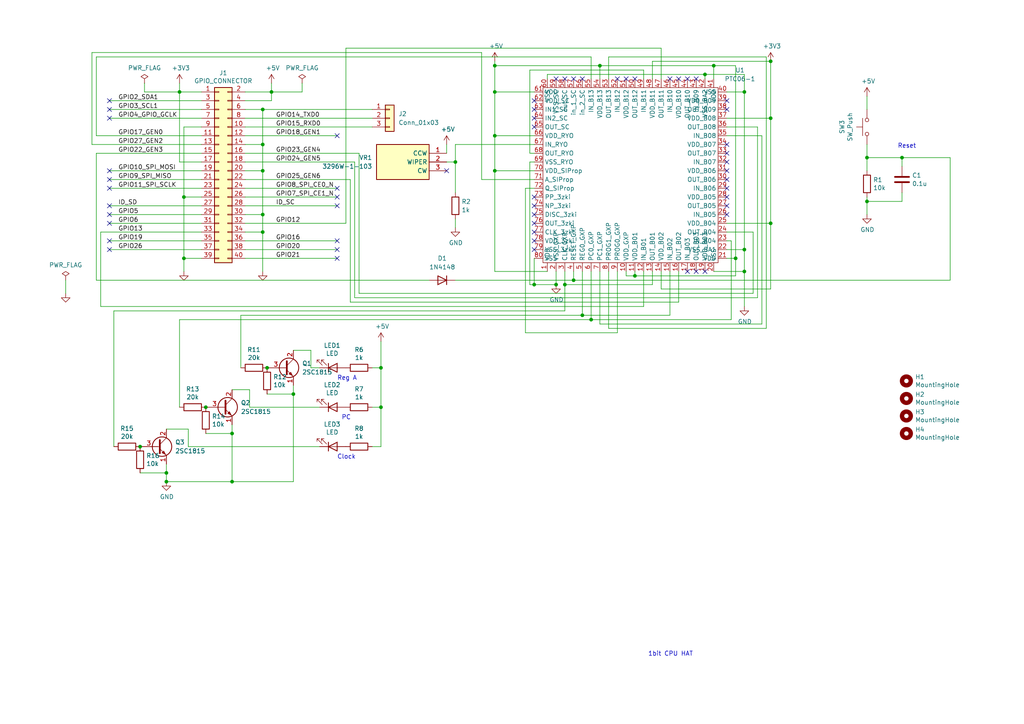
<source format=kicad_sch>
(kicad_sch (version 20231120) (generator "eeschema") (generator_version "8.0")
  (paper "A4")
  (lib_symbols
    (symbol "Connector_Generic:Conn_01x03" (pin_names (offset 1.016) hide)
      (property "Reference" "J" (at 0 5.08 0))
      (property "Value" "Conn_01x03" (at 0 -5.08 0))
      (symbol "Conn_01x03_1_1"
        (rectangle (start -1.27 -2.413) (end 0 -2.667) (stroke (width 0.1524)))
        (rectangle (start -1.27 0.127) (end 0 -0.127) (stroke (width 0.1524)))
        (rectangle (start -1.27 2.667) (end 0 2.413) (stroke (width 0.1524)))
        (rectangle (start -1.27 3.81) (end 1.27 -3.81) (stroke (width 0.254)) (fill (type background)))
        (pin passive line (at -5.08 2.54 0) (length 3.81) (name "Pin_1") (number "1"))
        (pin passive line (at -5.08 0 0) (length 3.81) (name "Pin_2") (number "2"))
        (pin passive line (at -5.08 -2.54 0) (length 3.81) (name "Pin_3") (number "3"))
      )
    )
    (symbol "Connector_Generic:Conn_02x20_Odd_Even" (pin_names (offset 1.016) hide)
      (property "Reference" "J" (at 1.27 25.4 0))
      (property "Value" "Conn_02x20_Odd_Even" (at 1.27 -27.94 0))
      (symbol "Conn_02x20_Odd_Even_1_1"
        (rectangle (start -1.27 -25.273) (end 0 -25.527) (stroke (width 0.1524)))
        (rectangle (start -1.27 -22.733) (end 0 -22.987) (stroke (width 0.1524)))
        (rectangle (start -1.27 -20.193) (end 0 -20.447) (stroke (width 0.1524)))
        (rectangle (start -1.27 -17.653) (end 0 -17.907) (stroke (width 0.1524)))
        (rectangle (start -1.27 -15.113) (end 0 -15.367) (stroke (width 0.1524)))
        (rectangle (start -1.27 -12.573) (end 0 -12.827) (stroke (width 0.1524)))
        (rectangle (start -1.27 -10.033) (end 0 -10.287) (stroke (width 0.1524)))
        (rectangle (start -1.27 -7.493) (end 0 -7.747) (stroke (width 0.1524)))
        (rectangle (start -1.27 -4.953) (end 0 -5.207) (stroke (width 0.1524)))
        (rectangle (start -1.27 -2.413) (end 0 -2.667) (stroke (width 0.1524)))
        (rectangle (start -1.27 0.127) (end 0 -0.127) (stroke (width 0.1524)))
        (rectangle (start -1.27 2.667) (end 0 2.413) (stroke (width 0.1524)))
        (rectangle (start -1.27 5.207) (end 0 4.953) (stroke (width 0.1524)))
        (rectangle (start -1.27 7.747) (end 0 7.493) (stroke (width 0.1524)))
        (rectangle (start -1.27 10.287) (end 0 10.033) (stroke (width 0.1524)))
        (rectangle (start -1.27 12.827) (end 0 12.573) (stroke (width 0.1524)))
        (rectangle (start -1.27 15.367) (end 0 15.113) (stroke (width 0.1524)))
        (rectangle (start -1.27 17.907) (end 0 17.653) (stroke (width 0.1524)))
        (rectangle (start -1.27 20.447) (end 0 20.193) (stroke (width 0.1524)))
        (rectangle (start -1.27 22.987) (end 0 22.733) (stroke (width 0.1524)))
        (rectangle (start -1.27 24.13) (end 3.81 -26.67) (stroke (width 0.254)) (fill (type background)))
        (rectangle (start 3.81 -25.273) (end 2.54 -25.527) (stroke (width 0.1524)))
        (rectangle (start 3.81 -22.733) (end 2.54 -22.987) (stroke (width 0.1524)))
        (rectangle (start 3.81 -20.193) (end 2.54 -20.447) (stroke (width 0.1524)))
        (rectangle (start 3.81 -17.653) (end 2.54 -17.907) (stroke (width 0.1524)))
        (rectangle (start 3.81 -15.113) (end 2.54 -15.367) (stroke (width 0.1524)))
        (rectangle (start 3.81 -12.573) (end 2.54 -12.827) (stroke (width 0.1524)))
        (rectangle (start 3.81 -10.033) (end 2.54 -10.287) (stroke (width 0.1524)))
        (rectangle (start 3.81 -7.493) (end 2.54 -7.747) (stroke (width 0.1524)))
        (rectangle (start 3.81 -4.953) (end 2.54 -5.207) (stroke (width 0.1524)))
        (rectangle (start 3.81 -2.413) (end 2.54 -2.667) (stroke (width 0.1524)))
        (rectangle (start 3.81 0.127) (end 2.54 -0.127) (stroke (width 0.1524)))
        (rectangle (start 3.81 2.667) (end 2.54 2.413) (stroke (width 0.1524)))
        (rectangle (start 3.81 5.207) (end 2.54 4.953) (stroke (width 0.1524)))
        (rectangle (start 3.81 7.747) (end 2.54 7.493) (stroke (width 0.1524)))
        (rectangle (start 3.81 10.287) (end 2.54 10.033) (stroke (width 0.1524)))
        (rectangle (start 3.81 12.827) (end 2.54 12.573) (stroke (width 0.1524)))
        (rectangle (start 3.81 15.367) (end 2.54 15.113) (stroke (width 0.1524)))
        (rectangle (start 3.81 17.907) (end 2.54 17.653) (stroke (width 0.1524)))
        (rectangle (start 3.81 20.447) (end 2.54 20.193) (stroke (width 0.1524)))
        (rectangle (start 3.81 22.987) (end 2.54 22.733) (stroke (width 0.1524)))
        (pin passive line (at -5.08 22.86 0) (length 3.81) (name "Pin_1") (number "1"))
        (pin passive line (at 7.62 12.7 180) (length 3.81) (name "Pin_10") (number "10"))
        (pin passive line (at -5.08 10.16 0) (length 3.81) (name "Pin_11") (number "11"))
        (pin passive line (at 7.62 10.16 180) (length 3.81) (name "Pin_12") (number "12"))
        (pin passive line (at -5.08 7.62 0) (length 3.81) (name "Pin_13") (number "13"))
        (pin passive line (at 7.62 7.62 180) (length 3.81) (name "Pin_14") (number "14"))
        (pin passive line (at -5.08 5.08 0) (length 3.81) (name "Pin_15") (number "15"))
        (pin passive line (at 7.62 5.08 180) (length 3.81) (name "Pin_16") (number "16"))
        (pin passive line (at -5.08 2.54 0) (length 3.81) (name "Pin_17") (number "17"))
        (pin passive line (at 7.62 2.54 180) (length 3.81) (name "Pin_18") (number "18"))
        (pin passive line (at -5.08 0 0) (length 3.81) (name "Pin_19") (number "19"))
        (pin passive line (at 7.62 22.86 180) (length 3.81) (name "Pin_2") (number "2"))
        (pin passive line (at 7.62 0 180) (length 3.81) (name "Pin_20") (number "20"))
        (pin passive line (at -5.08 -2.54 0) (length 3.81) (name "Pin_21") (number "21"))
        (pin passive line (at 7.62 -2.54 180) (length 3.81) (name "Pin_22") (number "22"))
        (pin passive line (at -5.08 -5.08 0) (length 3.81) (name "Pin_23") (number "23"))
        (pin passive line (at 7.62 -5.08 180) (length 3.81) (name "Pin_24") (number "24"))
        (pin passive line (at -5.08 -7.62 0) (length 3.81) (name "Pin_25") (number "25"))
        (pin passive line (at 7.62 -7.62 180) (length 3.81) (name "Pin_26") (number "26"))
        (pin passive line (at -5.08 -10.16 0) (length 3.81) (name "Pin_27") (number "27"))
        (pin passive line (at 7.62 -10.16 180) (length 3.81) (name "Pin_28") (number "28"))
        (pin passive line (at -5.08 -12.7 0) (length 3.81) (name "Pin_29") (number "29"))
        (pin passive line (at -5.08 20.32 0) (length 3.81) (name "Pin_3") (number "3"))
        (pin passive line (at 7.62 -12.7 180) (length 3.81) (name "Pin_30") (number "30"))
        (pin passive line (at -5.08 -15.24 0) (length 3.81) (name "Pin_31") (number "31"))
        (pin passive line (at 7.62 -15.24 180) (length 3.81) (name "Pin_32") (number "32"))
        (pin passive line (at -5.08 -17.78 0) (length 3.81) (name "Pin_33") (number "33"))
        (pin passive line (at 7.62 -17.78 180) (length 3.81) (name "Pin_34") (number "34"))
        (pin passive line (at -5.08 -20.32 0) (length 3.81) (name "Pin_35") (number "35"))
        (pin passive line (at 7.62 -20.32 180) (length 3.81) (name "Pin_36") (number "36"))
        (pin passive line (at -5.08 -22.86 0) (length 3.81) (name "Pin_37") (number "37"))
        (pin passive line (at 7.62 -22.86 180) (length 3.81) (name "Pin_38") (number "38"))
        (pin passive line (at -5.08 -25.4 0) (length 3.81) (name "Pin_39") (number "39"))
        (pin passive line (at 7.62 20.32 180) (length 3.81) (name "Pin_4") (number "4"))
        (pin passive line (at 7.62 -25.4 180) (length 3.81) (name "Pin_40") (number "40"))
        (pin passive line (at -5.08 17.78 0) (length 3.81) (name "Pin_5") (number "5"))
        (pin passive line (at 7.62 17.78 180) (length 3.81) (name "Pin_6") (number "6"))
        (pin passive line (at -5.08 15.24 0) (length 3.81) (name "Pin_7") (number "7"))
        (pin passive line (at 7.62 15.24 180) (length 3.81) (name "Pin_8") (number "8"))
        (pin passive line (at -5.08 12.7 0) (length 3.81) (name "Pin_9") (number "9"))
      )
    )
    (symbol "Device:C" (pin_numbers hide) (pin_names (offset 0.254))
      (property "Reference" "C" (at 0.635 2.54 0))
      (property "Value" "C" (at 0.635 -2.54 0))
      (symbol "C_0_1"
        (polyline (pts (xy -2.032 -0.762) (xy 2.032 -0.762)) (stroke (width 0.508)))
        (polyline (pts (xy -2.032 0.762) (xy 2.032 0.762)) (stroke (width 0.508)))
      )
      (symbol "C_1_1"
        (pin passive line (at 0 3.81 270) (length 2.794) (name "~") (number "1"))
        (pin passive line (at 0 -3.81 90) (length 2.794) (name "~") (number "2"))
      )
    )
    (symbol "Device:LED" (pin_numbers hide) (pin_names (offset 1.016) hide)
      (property "Reference" "D" (at 0 2.54 0))
      (property "Value" "LED" (at 0 -2.54 0))
      (symbol "LED_0_1"
        (polyline (pts (xy -1.27 -1.27) (xy -1.27 1.27)) (stroke (width 0.254)))
        (polyline (pts (xy -1.27 0) (xy 1.27 0)))
        (polyline (pts (xy 1.27 -1.27) (xy 1.27 1.27) (xy -1.27 0) (xy 1.27 -1.27)) (stroke (width 0.254)))
        (polyline (pts (xy -3.048 -0.762) (xy -4.572 -2.286) (xy -3.81 -2.286) (xy -4.572 -2.286) (xy -4.572 -1.524)))
        (polyline (pts (xy -1.778 -0.762) (xy -3.302 -2.286) (xy -2.54 -2.286) (xy -3.302 -2.286) (xy -3.302 -1.524)))
      )
      (symbol "LED_1_1"
        (pin passive line (at -3.81 0 0) (length 2.54) (name "K") (number "1"))
        (pin passive line (at 3.81 0 180) (length 2.54) (name "A") (number "2"))
      )
    )
    (symbol "Device:R" (pin_numbers hide) (pin_names (offset 0))
      (property "Reference" "R" (at 2.032 0 90))
      (property "Value" "R" (at 0 0 90))
      (symbol "R_0_1"
        (rectangle (start -1.016 -2.54) (end 1.016 2.54) (stroke (width 0.254)))
      )
      (symbol "R_1_1"
        (pin passive line (at 0 3.81 270) (length 1.27) (name "~") (number "1"))
        (pin passive line (at 0 -3.81 90) (length 1.27) (name "~") (number "2"))
      )
    )
    (symbol "Diode:1N4148" (pin_numbers hide) (pin_names hide)
      (property "Reference" "D" (at 0 2.54 0))
      (property "Value" "1N4148" (at 0 -2.54 0))
      (symbol "1N4148_0_1"
        (polyline (pts (xy -1.27 1.27) (xy -1.27 -1.27)) (stroke (width 0.254)))
        (polyline (pts (xy 1.27 0) (xy -1.27 0)))
        (polyline (pts (xy 1.27 1.27) (xy 1.27 -1.27) (xy -1.27 0) (xy 1.27 1.27)) (stroke (width 0.254)))
      )
      (symbol "1N4148_1_1"
        (pin passive line (at -3.81 0 0) (length 2.54) (name "K") (number "1"))
        (pin passive line (at 3.81 0 180) (length 2.54) (name "A") (number "2"))
      )
    )
    (symbol "Mechanical:MountingHole" (pin_names (offset 1.016)) (exclude_from_sim yes) (in_bom no)
      (property "Reference" "H" (at 0 5.08 0))
      (property "Value" "MountingHole" (at 0 3.175 0))
      (symbol "MountingHole_0_1"
        (circle (center 0 0) (radius 1.27) (stroke (width 1.27)))
      )
    )
    (symbol "OpenMPW:PTC06-1_base"
      (property "Reference" "U" (at 0 0 0))
      (property "Value" "PTC06-1" (at 3.81 -2.032 0))
      (symbol "PTC06-1_base_0_1"
        (rectangle (start -25.4 26.67) (end 25.4 -24.13))
      )
      (symbol "PTC06-1_base_1_0"
        (pin power_in line (at -24.13 -26.67 90) (length 2.54) (name "VDD") (number "1"))
        (pin power_in line (at -1.27 -26.67 90) (length 2.54) (name "VDD_GXP") (number "10"))
        (pin power_in line (at 1.27 -26.67 90) (length 2.54) (name "VDD_B01") (number "11"))
        (pin input line (at 3.81 -26.67 90) (length 2.54) (name "IN_B01") (number "12"))
        (pin output line (at 6.35 -26.67 90) (length 2.54) (name "OUT_B01") (number "13"))
        (pin power_in line (at 8.89 -26.67 90) (length 2.54) (name "VDD_B02") (number "14"))
        (pin input line (at 11.43 -26.67 90) (length 2.54) (name "IN_B02") (number "15"))
        (pin output line (at 13.97 -26.67 90) (length 2.54) (name "OUT_B02") (number "16"))
        (pin input line (at 16.51 -26.67 90) (length 2.54) (name "IN_B03") (number "17"))
        (pin output line (at 19.05 -26.67 90) (length 2.54) (name "OUT_B03") (number "18"))
        (pin power_in line (at 21.59 -26.67 90) (length 2.54) (name "VDD_B03") (number "19"))
        (pin power_in line (at -21.59 -26.67 90) (length 2.54) (name "VSS_GXP") (number "2"))
        (pin power_in line (at 24.13 -26.67 90) (length 2.54) (name "VSS") (number "20"))
        (pin power_in line (at 27.94 -22.86 180) (length 2.54) (name "VDD") (number "21"))
        (pin power_in line (at 27.94 -20.32 180) (length 2.54) (name "VSS_BA1") (number "22"))
        (pin input line (at 27.94 -17.78 180) (length 2.54) (name "IN_B04") (number "23"))
        (pin output line (at 27.94 -15.24 180) (length 2.54) (name "OUT_B04") (number "24"))
        (pin power_in line (at 27.94 -12.7 180) (length 2.54) (name "VDD_B04") (number "25"))
        (pin input line (at 27.94 -10.16 180) (length 2.54) (name "IN_B05") (number "26"))
        (pin output line (at 27.94 -7.62 180) (length 2.54) (name "OUT_B05") (number "27"))
        (pin power_in line (at 27.94 -5.08 180) (length 2.54) (name "VDD_B05") (number "28"))
        (pin input line (at 27.94 -2.54 180) (length 2.54) (name "IN_B06") (number "29"))
        (pin input line (at -19.05 -26.67 90) (length 2.54) (name "CLK_GXP") (number "3"))
        (pin output line (at 27.94 0 180) (length 2.54) (name "OUT_B06") (number "30"))
        (pin power_in line (at 27.94 2.54 180) (length 2.54) (name "VDD_B06") (number "31"))
        (pin input line (at 27.94 5.08 180) (length 2.54) (name "IN_B07") (number "32"))
        (pin output line (at 27.94 7.62 180) (length 2.54) (name "OUT_B07") (number "33"))
        (pin power_in line (at 27.94 10.16 180) (length 2.54) (name "VDD_B07") (number "34"))
        (pin input line (at 27.94 12.7 180) (length 2.54) (name "IN_B08") (number "35"))
        (pin output line (at 27.94 15.24 180) (length 2.54) (name "OUT_B08") (number "36"))
        (pin power_in line (at 27.94 17.78 180) (length 2.54) (name "VDD_B08") (number "37"))
        (pin output line (at 27.94 20.32 180) (length 2.54) (name "OUT_B09") (number "38"))
        (pin power_in line (at 27.94 22.86 180) (length 2.54) (name "VDD_B09") (number "39"))
        (pin input line (at -16.51 -26.67 90) (length 2.54) (name "RESET_GXP") (number "4"))
        (pin power_in line (at 27.94 25.4 180) (length 2.54) (name "VSS") (number "40"))
        (pin power_in line (at 24.13 29.21 270) (length 2.54) (name "VDD") (number "41"))
        (pin power_in line (at 21.59 29.21 270) (length 2.54) (name "VSS_BA2") (number "42"))
        (pin input line (at 19.05 29.21 270) (length 2.54) (name "IN_B09") (number "43"))
        (pin output line (at 16.51 29.21 270) (length 2.54) (name "OUT_B10") (number "44"))
        (pin power_in line (at 13.97 29.21 270) (length 2.54) (name "VDD_B10") (number "45"))
        (pin input line (at 11.43 29.21 270) (length 2.54) (name "IN_B10") (number "46"))
        (pin output line (at 8.89 29.21 270) (length 2.54) (name "OUT_B11") (number "47"))
        (pin power_in line (at 6.35 29.21 270) (length 2.54) (name "VDD_B11") (number "48"))
        (pin input line (at 3.81 29.21 270) (length 2.54) (name "IN_B11") (number "49"))
        (pin output line (at -13.97 -26.67 90) (length 2.54) (name "REG0_GXP") (number "5"))
        (pin output line (at 1.27 29.21 270) (length 2.54) (name "OUT_B12") (number "50"))
        (pin power_in line (at -1.27 29.21 270) (length 2.54) (name "VDD_B12") (number "51"))
        (pin input line (at -3.81 29.21 270) (length 2.54) (name "IN_B12") (number "52"))
        (pin output line (at -6.35 29.21 270) (length 2.54) (name "OUT_B13") (number "53"))
        (pin power_in line (at -8.89 29.21 270) (length 2.54) (name "VDD_B13") (number "54"))
        (pin input line (at -11.43 29.21 270) (length 2.54) (name "IN_B13") (number "55"))
        (pin input line (at -13.97 29.21 270) (length 2.54) (name "in_2_SC") (number "56"))
        (pin input line (at -16.51 29.21 270) (length 2.54) (name "in_1_SC") (number "57"))
        (pin output line (at -19.05 29.21 270) (length 2.54) (name "out_SC") (number "58"))
        (pin power_in line (at -21.59 29.21 270) (length 2.54) (name "VSS_SC") (number "59"))
        (pin output line (at -11.43 -26.67 90) (length 2.54) (name "PC0_GXP") (number "6"))
        (pin power_in line (at -24.13 29.21 270) (length 2.54) (name "VSS") (number "60"))
        (pin power_in line (at -27.94 25.4 0) (length 2.54) (name "VDD") (number "61"))
        (pin power_in line (at -27.94 22.86 0) (length 2.54) (name "VDD_SC") (number "62"))
        (pin input line (at -27.94 20.32 0) (length 2.54) (name "IN1_SC") (number "63"))
        (pin input line (at -27.94 17.78 0) (length 2.54) (name "IN2_SC") (number "64"))
        (pin output line (at -27.94 15.24 0) (length 2.54) (name "OUT_SC") (number "65"))
        (pin power_in line (at -27.94 12.7 0) (length 2.54) (name "VDD_RYO") (number "66"))
        (pin input line (at -27.94 10.16 0) (length 2.54) (name "IN_RYO") (number "67"))
        (pin output line (at -27.94 7.62 0) (length 2.54) (name "OUT_RYO") (number "68"))
        (pin power_in line (at -27.94 5.08 0) (length 2.54) (name "VSS_RYO") (number "69"))
        (pin output line (at -8.89 -26.67 90) (length 2.54) (name "PC1_GXP") (number "7"))
        (pin power_in line (at -27.94 2.54 0) (length 2.54) (name "VDD_SIProp") (number "70"))
        (pin input line (at -27.94 0 0) (length 2.54) (name "A_SIProp") (number "71"))
        (pin output line (at -27.94 -2.54 0) (length 2.54) (name "Q_SIProp") (number "72"))
        (pin bidirectional line (at -27.94 -5.08 0) (length 2.54) (name "PP_3zki") (number "73"))
        (pin bidirectional line (at -27.94 -7.62 0) (length 2.54) (name "NP_3zki") (number "74"))
        (pin input line (at -27.94 -10.16 0) (length 2.54) (name "DISC_3zki") (number "75"))
        (pin output line (at -27.94 -12.7 0) (length 2.54) (name "OUT_3zki") (number "76"))
        (pin input line (at -27.94 -15.24 0) (length 2.54) (name "CLK_3zki") (number "77"))
        (pin power_in line (at -27.94 -17.78 0) (length 2.54) (name "VDD_3zki") (number "78"))
        (pin power_in line (at -27.94 -20.32 0) (length 2.54) (name "VSS_3zki") (number "79"))
        (pin output line (at -6.35 -26.67 90) (length 2.54) (name "PROG1_GXP") (number "8"))
        (pin power_in line (at -27.94 -22.86 0) (length 2.54) (name "VSS") (number "80"))
        (pin output line (at -3.81 -26.67 90) (length 2.54) (name "PROG0_GXP") (number "9"))
      )
    )
    (symbol "Register:3296W-1-103"
      (property "Reference" "VR" (at 21.59 7.62 0))
      (property "Value" "3296W-1-103" (at 21.59 5.08 0))
      (symbol "3296W-1-103_1_1"
        (rectangle (start 5.08 2.54) (end 20.32 -7.62) (stroke (width 0.254)) (fill (type background)))
        (pin passive line (at 0 0 0) (length 5.08) (name "CCW") (number "1"))
        (pin passive line (at 0 -2.54 0) (length 5.08) (name "WIPER") (number "2"))
        (pin passive line (at 0 -5.08 0) (length 5.08) (name "CW") (number "3"))
      )
    )
    (symbol "Switch:SW_Push" (pin_numbers hide) (pin_names (offset 1.016) hide)
      (property "Reference" "SW" (at 1.27 2.54 0))
      (property "Value" "SW_Push" (at 0 -1.524 0))
      (symbol "SW_Push_0_1"
        (circle (center -2.032 0) (radius 0.508))
        (polyline (pts (xy 0 1.27) (xy 0 3.048)))
        (polyline (pts (xy 2.54 1.27) (xy -2.54 1.27)))
        (circle (center 2.032 0) (radius 0.508))
        (pin passive line (at -5.08 0 0) (length 2.54) (name "1") (number "1"))
        (pin passive line (at 5.08 0 180) (length 2.54) (name "2") (number "2"))
      )
    )
    (symbol "Transistor_BJT:2SC1815" (pin_names (offset 0) hide)
      (property "Reference" "Q" (at 5.08 1.905 0))
      (property "Value" "2SC1815" (at 5.08 0 0))
      (symbol "2SC1815_0_1"
        (polyline (pts (xy 0 0) (xy 0.508 0)))
        (polyline (pts (xy 0.635 0.635) (xy 2.54 2.54)))
        (polyline (pts (xy 0.635 -0.635) (xy 2.54 -2.54) (xy 2.54 -2.54)))
        (polyline (pts (xy 0.635 1.905) (xy 0.635 -1.905) (xy 0.635 -1.905)) (stroke (width 0.508)))
        (polyline (pts (xy 1.27 -1.778) (xy 1.778 -1.27) (xy 2.286 -2.286) (xy 1.27 -1.778) (xy 1.27 -1.778)) (fill (type outline)))
        (circle (center 1.27 0) (radius 2.8194) (stroke (width 0.254)))
      )
      (symbol "2SC1815_1_1"
        (pin passive line (at 2.54 -5.08 90) (length 2.54) (name "E") (number "1"))
        (pin passive line (at 2.54 5.08 270) (length 2.54) (name "C") (number "2"))
        (pin input line (at -5.08 0 0) (length 5.08) (name "B") (number "3"))
      )
    )
    (symbol "power:+5V" (power) (pin_names (offset 0))
      (property "Value" "+5V" (at 0 3.556 0))
      (symbol "+5V_0_1"
        (polyline (pts (xy -0.762 1.27) (xy 0 2.54)))
        (polyline (pts (xy 0 0) (xy 0 2.54)))
        (polyline (pts (xy 0 2.54) (xy 0.762 1.27)))
      )
      (symbol "+5V_1_1"
        (pin power_in line (at 0 0 90) (length 0) hide (name "+5V") (number "1"))
      )
    )
    (symbol "power:GND" (power) (pin_names (offset 0))
      (property "Value" "GND" (at 0 -3.81 0))
      (symbol "GND_0_1"
        (polyline (pts (xy 0 0) (xy 0 -1.27) (xy 1.27 -1.27) (xy 0 -2.54) (xy -1.27 -1.27) (xy 0 -1.27)))
      )
      (symbol "GND_1_1"
        (pin power_in line (at 0 0 270) (length 0) hide (name "GND") (number "1"))
      )
    )
    (symbol "raspberrypi_zerow_uhat-rescue:+3.3V-power" (power) (pin_names (offset 0))
      (property "Value" "power_+3.3V" (at 0 3.556 0))
      (symbol "+3.3V-power_0_1"
        (polyline (pts (xy -0.762 1.27) (xy 0 2.54)))
        (polyline (pts (xy 0 0) (xy 0 2.54)))
        (polyline (pts (xy 0 2.54) (xy 0.762 1.27)))
      )
      (symbol "+3.3V-power_1_1"
        (pin power_in line (at 0 0 90) (length 0) hide (name "+3V3") (number "1"))
      )
    )
    (symbol "raspberrypi_zerow_uhat-rescue:+5V-power" (power) (pin_names (offset 0))
      (property "Value" "power_+5V" (at 0 3.556 0))
      (symbol "+5V-power_0_1"
        (polyline (pts (xy -0.762 1.27) (xy 0 2.54)))
        (polyline (pts (xy 0 0) (xy 0 2.54)))
        (polyline (pts (xy 0 2.54) (xy 0.762 1.27)))
      )
      (symbol "+5V-power_1_1"
        (pin power_in line (at 0 0 90) (length 0) hide (name "+5V") (number "1"))
      )
    )
    (symbol "raspberrypi_zerow_uhat-rescue:GND-power" (power) (pin_names (offset 0))
      (property "Value" "power_GND" (at 0 -3.81 0))
      (symbol "GND-power_0_1"
        (polyline (pts (xy 0 0) (xy 0 -1.27) (xy 1.27 -1.27) (xy 0 -2.54) (xy -1.27 -1.27) (xy 0 -1.27)))
      )
      (symbol "GND-power_1_1"
        (pin power_in line (at 0 0 270) (length 0) hide (name "GND") (number "1"))
      )
    )
    (symbol "raspberrypi_zerow_uhat-rescue:PWR_FLAG-power" (power) (pin_numbers hide) (pin_names (offset 0) hide)
      (property "Value" "power_PWR_FLAG" (at 0 3.81 0))
      (symbol "PWR_FLAG-power_0_0"
        (pin power_out line (at 0 0 90) (length 0) (name "pwr") (number "1"))
      )
      (symbol "PWR_FLAG-power_0_1"
        (polyline (pts (xy 0 0) (xy 0 1.27) (xy -1.016 1.905) (xy 0 2.54) (xy 1.016 1.905) (xy 0 1.27)))
      )
    )
  )
  (junction (at 76.2 41.91))
  (junction (at 184.15 80.01))
  (junction (at 59.69 118.11))
  (junction (at 77.47 106.68))
  (junction (at 168.91 91.44))
  (junction (at 85.09 114.3))
  (junction (at 132.08 46.99))
  (junction (at 67.31 125.73))
  (junction (at 76.2 31.75))
  (junction (at 207.01 19.05))
  (junction (at 163.83 82.55))
  (junction (at 215.9 78.74))
  (junction (at 204.47 21.59))
  (junction (at 173.99 19.05))
  (junction (at 171.45 92.71))
  (junction (at 166.37 81.28))
  (junction (at 76.2 67.31))
  (junction (at 143.51 49.53))
  (junction (at 110.49 106.68))
  (junction (at 53.34 74.93))
  (junction (at 143.51 39.37))
  (junction (at 48.26 139.7))
  (junction (at 67.31 139.7))
  (junction (at 251.46 58.42))
  (junction (at 213.36 74.93))
  (junction (at 261.62 45.72))
  (junction (at 40.64 129.54))
  (junction (at 78.74 26.67))
  (junction (at 143.51 19.05))
  (junction (at 52.07 26.67))
  (junction (at 215.9 72.39))
  (junction (at 215.9 26.67))
  (junction (at 143.51 26.67))
  (junction (at 76.2 49.53))
  (junction (at 154.94 82.55))
  (junction (at 76.2 62.23))
  (junction (at 251.46 45.72))
  (junction (at 223.52 34.29))
  (junction (at 223.52 64.77))
  (junction (at 53.34 57.15))
  (junction (at 223.52 17.78))
  (junction (at 161.29 82.55))
  (junction (at 48.26 137.16))
  (junction (at 110.49 118.11))
  (no_connect (at 210.82 41.91))
  (no_connect (at 166.37 22.86))
  (no_connect (at 97.79 72.39))
  (no_connect (at 210.82 54.61))
  (no_connect (at 210.82 57.15))
  (no_connect (at 31.75 29.21))
  (no_connect (at 154.94 36.83))
  (no_connect (at 163.83 22.86))
  (no_connect (at 201.93 22.86))
  (no_connect (at 210.82 59.69))
  (no_connect (at 154.94 69.85))
  (no_connect (at 199.39 78.74))
  (no_connect (at 210.82 52.07))
  (no_connect (at 210.82 31.75))
  (no_connect (at 31.75 59.69))
  (no_connect (at 184.15 22.86))
  (no_connect (at 97.79 74.93))
  (no_connect (at 154.94 34.29))
  (no_connect (at 97.79 39.37))
  (no_connect (at 97.79 57.15))
  (no_connect (at 31.75 72.39))
  (no_connect (at 154.94 31.75))
  (no_connect (at 181.61 22.86))
  (no_connect (at 31.75 54.61))
  (no_connect (at 154.94 59.69))
  (no_connect (at 210.82 44.45))
  (no_connect (at 31.75 69.85))
  (no_connect (at 31.75 31.75))
  (no_connect (at 97.79 69.85))
  (no_connect (at 161.29 22.86))
  (no_connect (at 31.75 62.23))
  (no_connect (at 196.85 22.86))
  (no_connect (at 129.54 49.53))
  (no_connect (at 201.93 78.74))
  (no_connect (at 168.91 22.86))
  (no_connect (at 210.82 46.99))
  (no_connect (at 199.39 22.86))
  (no_connect (at 31.75 34.29))
  (no_connect (at 31.75 52.07))
  (no_connect (at 31.75 49.53))
  (no_connect (at 154.94 64.77))
  (no_connect (at 31.75 64.77))
  (no_connect (at 154.94 29.21))
  (no_connect (at 210.82 29.21))
  (no_connect (at 97.79 54.61))
  (no_connect (at 97.79 59.69))
  (no_connect (at 154.94 62.23))
  (no_connect (at 210.82 49.53))
  (no_connect (at 194.31 22.86))
  (no_connect (at 154.94 72.39))
  (no_connect (at 210.82 62.23))
  (no_connect (at 204.47 78.74))
  (no_connect (at 154.94 67.31))
  (no_connect (at 154.94 57.15))
  (no_connect (at 179.07 22.86))
  (wire (pts (xy 58.42 46.99) (xy 52.07 46.99)))
  (wire (pts (xy 171.45 78.74) (xy 171.45 92.71)))
  (wire (pts (xy 100.33 13.97) (xy 100.33 64.77)))
  (wire (pts (xy 52.07 26.67) (xy 52.07 24.13)))
  (wire (pts (xy 176.53 22.86) (xy 176.53 16.51)))
  (wire (pts (xy 33.02 129.54) (xy 33.02 90.17)))
  (wire (pts (xy 107.95 118.11) (xy 110.49 118.11)))
  (wire (pts (xy 110.49 106.68) (xy 110.49 118.11)))
  (wire (pts (xy 67.31 123.19) (xy 67.31 125.73)))
  (wire (pts (xy 31.75 59.69) (xy 58.42 59.69)))
  (wire (pts (xy 31.75 64.77) (xy 58.42 64.77)))
  (wire (pts (xy 275.59 45.72) (xy 275.59 81.28)))
  (wire (pts (xy 158.75 22.86) (xy 158.75 21.59)))
  (wire (pts (xy 71.12 36.83) (xy 107.95 36.83)))
  (wire (pts (xy 251.46 45.72) (xy 251.46 49.53)))
  (wire (pts (xy 52.07 26.67) (xy 58.42 26.67)))
  (wire (pts (xy 207.01 19.05) (xy 213.36 19.05)))
  (wire (pts (xy 110.49 118.11) (xy 110.49 129.54)))
  (wire (pts (xy 186.69 20.32) (xy 186.69 22.86)))
  (wire (pts (xy 71.12 67.31) (xy 76.2 67.31)))
  (wire (pts (xy 166.37 78.74) (xy 166.37 81.28)))
  (wire (pts (xy 101.6 87.63) (xy 196.85 87.63)))
  (wire (pts (xy 251.46 57.15) (xy 251.46 58.42)))
  (wire (pts (xy 191.77 22.86) (xy 191.77 13.97)))
  (wire (pts (xy 52.07 92.71) (xy 171.45 92.71)))
  (wire (pts (xy 212.09 92.71) (xy 171.45 92.71)))
  (wire (pts (xy 143.51 49.53) (xy 143.51 39.37)))
  (wire (pts (xy 215.9 72.39) (xy 215.9 78.74)))
  (wire (pts (xy 194.31 91.44) (xy 168.91 91.44)))
  (wire (pts (xy 181.61 80.01) (xy 184.15 80.01)))
  (wire (pts (xy 163.83 78.74) (xy 163.83 82.55)))
  (wire (pts (xy 31.75 49.53) (xy 58.42 49.53)))
  (wire (pts (xy 53.34 36.83) (xy 53.34 57.15)))
  (wire (pts (xy 71.12 49.53) (xy 76.2 49.53)))
  (wire (pts (xy 143.51 49.53) (xy 154.94 49.53)))
  (wire (pts (xy 154.94 44.45) (xy 153.67 44.45)))
  (wire (pts (xy 41.91 26.67) (xy 41.91 24.13)))
  (wire (pts (xy 218.44 67.31) (xy 218.44 85.09)))
  (wire (pts (xy 143.51 19.05) (xy 173.99 19.05)))
  (wire (pts (xy 210.82 69.85) (xy 212.09 69.85)))
  (wire (pts (xy 153.67 20.32) (xy 186.69 20.32)))
  (wire (pts (xy 29.21 67.31) (xy 58.42 67.31)))
  (wire (pts (xy 78.74 29.21) (xy 78.74 26.67)))
  (wire (pts (xy 76.2 41.91) (xy 76.2 49.53)))
  (wire (pts (xy 78.74 26.67) (xy 78.74 24.13)))
  (wire (pts (xy 71.12 72.39) (xy 97.79 72.39)))
  (wire (pts (xy 212.09 69.85) (xy 212.09 92.71)))
  (wire (pts (xy 251.46 58.42) (xy 261.62 58.42)))
  (wire (pts (xy 53.34 57.15) (xy 53.34 74.93)))
  (wire (pts (xy 76.2 49.53) (xy 76.2 62.23)))
  (wire (pts (xy 31.75 69.85) (xy 58.42 69.85)))
  (wire (pts (xy 139.7 15.24) (xy 139.7 52.07)))
  (wire (pts (xy 210.82 64.77) (xy 223.52 64.77)))
  (wire (pts (xy 48.26 137.16) (xy 48.26 139.7)))
  (wire (pts (xy 85.09 101.6) (xy 90.17 101.6)))
  (wire (pts (xy 27.94 16.51) (xy 27.94 39.37)))
  (wire (pts (xy 132.08 46.99) (xy 129.54 46.99)))
  (wire (pts (xy 71.12 26.67) (xy 78.74 26.67)))
  (wire (pts (xy 171.45 16.51) (xy 27.94 16.51)))
  (wire (pts (xy 210.82 67.31) (xy 218.44 67.31)))
  (wire (pts (xy 251.46 45.72) (xy 261.62 45.72)))
  (wire (pts (xy 213.36 19.05) (xy 213.36 74.93)))
  (wire (pts (xy 72.39 113.03) (xy 72.39 118.11)))
  (wire (pts (xy 71.12 29.21) (xy 78.74 29.21)))
  (wire (pts (xy 152.4 96.52) (xy 179.07 96.52)))
  (wire (pts (xy 204.47 21.59) (xy 215.9 21.59)))
  (wire (pts (xy 168.91 78.74) (xy 168.91 91.44)))
  (wire (pts (xy 104.14 85.09) (xy 104.14 44.45)))
  (wire (pts (xy 102.87 86.36) (xy 102.87 46.99)))
  (wire (pts (xy 215.9 26.67) (xy 215.9 72.39)))
  (wire (pts (xy 184.15 80.01) (xy 213.36 80.01)))
  (wire (pts (xy 215.9 78.74) (xy 215.9 88.9)))
  (wire (pts (xy 29.21 67.31) (xy 29.21 88.9)))
  (wire (pts (xy 58.42 57.15) (xy 53.34 57.15)))
  (wire (pts (xy 71.12 46.99) (xy 102.87 46.99)))
  (wire (pts (xy 171.45 22.86) (xy 171.45 16.51)))
  (wire (pts (xy 71.12 39.37) (xy 97.79 39.37)))
  (wire (pts (xy 31.75 52.07) (xy 58.42 52.07)))
  (wire (pts (xy 210.82 26.67) (xy 215.9 26.67)))
  (wire (pts (xy 71.12 57.15) (xy 97.79 57.15)))
  (wire (pts (xy 71.12 52.07) (xy 101.6 52.07)))
  (wire (pts (xy 77.47 114.3) (xy 85.09 114.3)))
  (wire (pts (xy 215.9 21.59) (xy 215.9 26.67)))
  (wire (pts (xy 210.82 34.29) (xy 223.52 34.29)))
  (wire (pts (xy 27.94 81.28) (xy 124.46 81.28)))
  (wire (pts (xy 101.6 52.07) (xy 101.6 87.63)))
  (wire (pts (xy 189.23 17.78) (xy 189.23 22.86)))
  (wire (pts (xy 19.05 81.28) (xy 19.05 85.09)))
  (wire (pts (xy 163.83 82.55) (xy 163.83 90.17)))
  (wire (pts (xy 191.77 83.82) (xy 223.52 83.82)))
  (wire (pts (xy 143.51 26.67) (xy 143.51 19.05)))
  (wire (pts (xy 67.31 139.7) (xy 48.26 139.7)))
  (wire (pts (xy 31.75 54.61) (xy 58.42 54.61)))
  (wire (pts (xy 223.52 83.82) (xy 223.52 64.77)))
  (wire (pts (xy 85.09 139.7) (xy 67.31 139.7)))
  (wire (pts (xy 71.12 69.85) (xy 97.79 69.85)))
  (wire (pts (xy 251.46 41.91) (xy 251.46 45.72)))
  (wire (pts (xy 58.42 74.93) (xy 53.34 74.93)))
  (wire (pts (xy 26.67 41.91) (xy 58.42 41.91)))
  (wire (pts (xy 71.12 74.93) (xy 97.79 74.93)))
  (wire (pts (xy 76.2 62.23) (xy 76.2 67.31)))
  (wire (pts (xy 48.26 134.62) (xy 48.26 137.16)))
  (wire (pts (xy 31.75 62.23) (xy 58.42 62.23)))
  (wire (pts (xy 40.64 137.16) (xy 48.26 137.16)))
  (wire (pts (xy 152.4 54.61) (xy 152.4 96.52)))
  (wire (pts (xy 78.74 26.67) (xy 87.63 26.67)))
  (wire (pts (xy 48.26 124.46) (xy 54.61 124.46)))
  (wire (pts (xy 186.69 88.9) (xy 186.69 78.74)))
  (wire (pts (xy 154.94 54.61) (xy 152.4 54.61)))
  (wire (pts (xy 154.94 82.55) (xy 161.29 82.55)))
  (wire (pts (xy 154.94 26.67) (xy 143.51 26.67)))
  (wire (pts (xy 207.01 19.05) (xy 207.01 22.86)))
  (wire (pts (xy 71.12 54.61) (xy 97.79 54.61)))
  (wire (pts (xy 107.95 106.68) (xy 110.49 106.68)))
  (wire (pts (xy 204.47 22.86) (xy 204.47 21.59)))
  (wire (pts (xy 210.82 72.39) (xy 215.9 72.39)))
  (wire (pts (xy 71.12 31.75) (xy 76.2 31.75)))
  (wire (pts (xy 71.12 62.23) (xy 76.2 62.23)))
  (wire (pts (xy 210.82 74.93) (xy 213.36 74.93)))
  (wire (pts (xy 110.49 99.06) (xy 110.49 106.68)))
  (wire (pts (xy 261.62 45.72) (xy 275.59 45.72)))
  (wire (pts (xy 154.94 46.99) (xy 153.67 46.99)))
  (wire (pts (xy 59.69 125.73) (xy 67.31 125.73)))
  (wire (pts (xy 261.62 45.72) (xy 261.62 48.26)))
  (wire (pts (xy 69.85 91.44) (xy 69.85 106.68)))
  (wire (pts (xy 129.54 41.91) (xy 129.54 44.45)))
  (wire (pts (xy 220.98 93.98) (xy 173.99 93.98)))
  (wire (pts (xy 189.23 78.74) (xy 189.23 82.55)))
  (wire (pts (xy 71.12 41.91) (xy 76.2 41.91)))
  (wire (pts (xy 153.67 44.45) (xy 153.67 20.32)))
  (wire (pts (xy 85.09 111.76) (xy 85.09 114.3)))
  (wire (pts (xy 191.77 78.74) (xy 191.77 83.82)))
  (wire (pts (xy 132.08 41.91) (xy 132.08 46.99)))
  (wire (pts (xy 76.2 67.31) (xy 76.2 78.74)))
  (wire (pts (xy 179.07 78.74) (xy 179.07 96.52)))
  (wire (pts (xy 107.95 129.54) (xy 110.49 129.54)))
  (wire (pts (xy 181.61 78.74) (xy 181.61 80.01)))
  (wire (pts (xy 223.52 17.78) (xy 189.23 17.78)))
  (wire (pts (xy 219.71 36.83) (xy 219.71 86.36)))
  (wire (pts (xy 173.99 19.05) (xy 207.01 19.05)))
  (wire (pts (xy 223.52 34.29) (xy 223.52 17.78)))
  (wire (pts (xy 176.53 16.51) (xy 222.25 16.51)))
  (wire (pts (xy 27.94 44.45) (xy 27.94 81.28)))
  (wire (pts (xy 154.94 41.91) (xy 132.08 41.91)))
  (wire (pts (xy 53.34 74.93) (xy 53.34 78.74)))
  (wire (pts (xy 71.12 64.77) (xy 100.33 64.77)))
  (wire (pts (xy 52.07 92.71) (xy 52.07 118.11)))
  (wire (pts (xy 29.21 88.9) (xy 186.69 88.9)))
  (wire (pts (xy 102.87 86.36) (xy 219.71 86.36)))
  (wire (pts (xy 189.23 82.55) (xy 163.83 82.55)))
  (wire (pts (xy 154.94 74.93) (xy 154.94 82.55)))
  (wire (pts (xy 26.67 15.24) (xy 139.7 15.24)))
  (wire (pts (xy 58.42 44.45) (xy 27.94 44.45)))
  (wire (pts (xy 31.75 31.75) (xy 58.42 31.75)))
  (wire (pts (xy 196.85 87.63) (xy 196.85 78.74)))
  (wire (pts (xy 71.12 59.69) (xy 97.79 59.69)))
  (wire (pts (xy 92.71 106.68) (xy 90.17 106.68)))
  (wire (pts (xy 143.51 78.74) (xy 143.51 49.53)))
  (wire (pts (xy 166.37 81.28) (xy 275.59 81.28)))
  (wire (pts (xy 210.82 36.83) (xy 219.71 36.83)))
  (wire (pts (xy 67.31 113.03) (xy 72.39 113.03)))
  (wire (pts (xy 27.94 39.37) (xy 58.42 39.37)))
  (wire (pts (xy 184.15 78.74) (xy 184.15 80.01)))
  (wire (pts (xy 210.82 39.37) (xy 220.98 39.37)))
  (wire (pts (xy 67.31 125.73) (xy 67.31 139.7)))
  (wire (pts (xy 222.25 16.51) (xy 222.25 95.25)))
  (wire (pts (xy 143.51 39.37) (xy 143.51 26.67)))
  (wire (pts (xy 85.09 114.3) (xy 85.09 139.7)))
  (wire (pts (xy 194.31 78.74) (xy 194.31 91.44)))
  (wire (pts (xy 69.85 91.44) (xy 168.91 91.44)))
  (wire (pts (xy 143.51 39.37) (xy 154.94 39.37)))
  (wire (pts (xy 72.39 118.11) (xy 92.71 118.11)))
  (wire (pts (xy 31.75 72.39) (xy 58.42 72.39)))
  (wire (pts (xy 158.75 21.59) (xy 204.47 21.59)))
  (wire (pts (xy 139.7 52.07) (xy 154.94 52.07)))
  (wire (pts (xy 71.12 44.45) (xy 104.14 44.45)))
  (wire (pts (xy 26.67 41.91) (xy 26.67 15.24)))
  (wire (pts (xy 41.91 26.67) (xy 52.07 26.67)))
  (wire (pts (xy 54.61 124.46) (xy 54.61 129.54)))
  (wire (pts (xy 220.98 39.37) (xy 220.98 93.98)))
  (wire (pts (xy 173.99 78.74) (xy 173.99 93.98)))
  (wire (pts (xy 71.12 34.29) (xy 107.95 34.29)))
  (wire (pts (xy 76.2 31.75) (xy 76.2 41.91)))
  (wire (pts (xy 132.08 81.28) (xy 166.37 81.28)))
  (wire (pts (xy 173.99 19.05) (xy 173.99 22.86)))
  (wire (pts (xy 31.75 29.21) (xy 58.42 29.21)))
  (wire (pts (xy 158.75 78.74) (xy 143.51 78.74)))
  (wire (pts (xy 52.07 46.99) (xy 52.07 26.67)))
  (wire (pts (xy 161.29 78.74) (xy 161.29 82.55)))
  (wire (pts (xy 213.36 74.93) (xy 213.36 80.01)))
  (wire (pts (xy 153.67 46.99) (xy 153.67 82.55)))
  (wire (pts (xy 176.53 78.74) (xy 176.53 95.25)))
  (wire (pts (xy 132.08 63.5) (xy 132.08 66.04)))
  (wire (pts (xy 207.01 78.74) (xy 215.9 78.74)))
  (wire (pts (xy 58.42 36.83) (xy 53.34 36.83)))
  (wire (pts (xy 33.02 90.17) (xy 163.83 90.17)))
  (wire (pts (xy 143.51 19.05) (xy 143.51 17.78)))
  (wire (pts (xy 261.62 55.88) (xy 261.62 58.42)))
  (wire (pts (xy 251.46 27.94) (xy 251.46 31.75)))
  (wire (pts (xy 31.75 34.29) (xy 58.42 34.29)))
  (wire (pts (xy 132.08 46.99) (xy 132.08 55.88)))
  (wire (pts (xy 223.52 64.77) (xy 223.52 34.29)))
  (wire (pts (xy 222.25 95.25) (xy 176.53 95.25)))
  (wire (pts (xy 218.44 85.09) (xy 104.14 85.09)))
  (wire (pts (xy 76.2 31.75) (xy 107.95 31.75)))
  (wire (pts (xy 191.77 13.97) (xy 100.33 13.97)))
  (wire (pts (xy 251.46 58.42) (xy 251.46 62.23)))
  (wire (pts (xy 87.63 24.13) (xy 87.63 26.67)))
  (wire (pts (xy 90.17 101.6) (xy 90.17 106.68)))
  (wire (pts (xy 153.67 82.55) (xy 154.94 82.55)))
  (wire (pts (xy 54.61 129.54) (xy 92.71 129.54)))
  (text "Reg A" (at 97.79 110.49 0) (effects (font (size 1.27 1.27)) (justify left bottom)))
  (text "1bit CPU HAT" (at 187.96 190.5 0) (effects (font (size 1.27 1.27)) (justify left bottom)))
  (text "Clock" (at 97.79 133.35 0) (effects (font (size 1.27 1.27)) (justify left bottom)))
  (text "PC" (at 99.06 121.92 0) (effects (font (size 1.27 1.27)) (justify left bottom)))
  (text "Reset" (at 260.35 43.18 0) (effects (font (size 1.27 1.27)) (justify left bottom)))
  (label "GPIO9_SPI_MISO" (at 34.29 52.07 0))
  (label "GPIO5" (at 34.29 62.23 0))
  (label "ID_SD" (at 34.29 59.69 0))
  (label "GPIO23_GEN4" (at 80.01 44.45 0))
  (label "GPIO19" (at 34.29 69.85 0))
  (label "GPIO11_SPI_SCLK" (at 34.29 54.61 0))
  (label "GPIO8_SPI_CE0_N" (at 80.01 54.61 0))
  (label "GPIO12" (at 80.01 64.77 0))
  (label "GPIO2_SDA1" (at 34.29 29.21 0))
  (label "GPIO16" (at 80.01 69.85 0))
  (label "GPIO25_GEN6" (at 80.01 52.07 0))
  (label "GPIO13" (at 34.29 67.31 0))
  (label "GPIO24_GEN5" (at 80.01 46.99 0))
  (label "GPIO10_SPI_MOSI" (at 34.29 49.53 0))
  (label "GPIO18_GEN1" (at 80.01 39.37 0))
  (label "GPIO26" (at 34.29 72.39 0))
  (label "ID_SC" (at 80.01 59.69 0))
  (label "GPIO14_TXD0" (at 80.01 34.29 0))
  (label "GPIO21" (at 80.01 74.93 0))
  (label "GPIO22_GEN3" (at 34.29 44.45 0))
  (label "GPIO4_GPIO_GCLK" (at 34.29 34.29 0))
  (label "GPIO27_GEN2" (at 34.29 41.91 0))
  (label "GPIO3_SCL1" (at 34.29 31.75 0))
  (label "GPIO7_SPI_CE1_N" (at 80.01 57.15 0))
  (label "GPIO15_RXD0" (at 80.01 36.83 0))
  (label "GPIO17_GEN0" (at 34.29 39.37 0))
  (label "GPIO20" (at 80.01 72.39 0))
  (label "GPIO6" (at 34.29 64.77 0))
  (symbol (lib_id "Device:R") (at 104.14 106.68 90) (mirror x) (unit 1)
    (property "Reference" "R6" (at 104.14 101.4222 90))
    (property "Value" "1k" (at 104.14 103.7336 90))
    (property "Footprint" "Resistor_THT:R_Axial_DIN0207_L6.3mm_D2.5mm_P7.62mm_Horizontal" (effects (hide yes)))
  )
  (symbol (lib_id "Device:R") (at 104.14 118.11 90) (mirror x) (unit 1)
    (property "Reference" "R7" (at 104.14 112.8522 90))
    (property "Value" "1k" (at 104.14 115.1636 90))
    (property "Footprint" "Resistor_THT:R_Axial_DIN0207_L6.3mm_D2.5mm_P7.62mm_Horizontal" (effects (hide yes)))
  )
  (symbol (lib_id "Device:R") (at 104.14 129.54 90) (mirror x) (unit 1)
    (property "Reference" "R8" (at 104.14 124.2822 90))
    (property "Value" "1k" (at 104.14 126.5936 90))
    (property "Footprint" "Resistor_THT:R_Axial_DIN0207_L6.3mm_D2.5mm_P7.62mm_Horizontal" (effects (hide yes)))
  )
  (symbol (lib_id "Device:LED") (at 96.52 129.54 0) (mirror x) (unit 1)
    (property "Reference" "LED3" (at 96.3422 123.063 0))
    (property "Value" "LED" (at 96.3422 125.3744 0))
    (property "Footprint" "LED_THT:LED_D5.0mm" (effects (hide yes)))
  )
  (symbol (lib_id "Device:LED") (at 96.52 118.11 0) (mirror x) (unit 1)
    (property "Reference" "LED2" (at 96.3422 111.633 0))
    (property "Value" "LED" (at 96.3422 113.9444 0))
    (property "Footprint" "LED_THT:LED_D5.0mm" (effects (hide yes)))
  )
  (symbol (lib_id "Device:LED") (at 96.52 106.68 0) (mirror x) (unit 1)
    (property "Reference" "LED1" (at 96.3422 100.203 0))
    (property "Value" "LED" (at 96.3422 102.5144 0))
    (property "Footprint" "LED_THT:LED_D5.0mm" (effects (hide yes)))
  )
  (symbol (lib_id "power:GND") (at 48.26 139.7 0) (unit 1)
    (property "Reference" "#PWR06" (effects (hide yes)))
    (property "Value" "GND" (at 48.387 144.0942 0))
  )
  (symbol (lib_id "power:+5V") (at 143.51 17.78 0) (unit 1)
    (property "Reference" "#PWR07" (effects (hide yes)))
    (property "Value" "+5V" (at 143.891 13.3858 0))
  )
  (symbol (lib_id "Switch:SW_Push") (at 251.46 36.83 90) (mirror x) (unit 1)
    (property "Reference" "SW3" (at 244.221 36.83 0))
    (property "Value" "SW_Push" (at 246.5324 36.83 0))
    (property "Footprint" "Button_Switch_THT:SW_PUSH_6mm" (effects (hide yes)))
  )
  (symbol (lib_id "Device:R") (at 251.46 53.34 0) (unit 1)
    (property "Reference" "R1" (at 253.238 52.1716 0) (effects (justify left)))
    (property "Value" "10k" (at 253.238 54.483 0) (effects (justify left)))
    (property "Footprint" "Resistor_THT:R_Axial_DIN0207_L6.3mm_D2.5mm_P7.62mm_Horizontal" (effects (hide yes)))
  )
  (symbol (lib_id "power:GND") (at 251.46 62.23 0) (unit 1)
    (property "Reference" "#PWR03" (effects (hide yes)))
    (property "Value" "GND" (at 251.587 66.6242 0))
  )
  (symbol (lib_id "power:+5V") (at 110.49 99.06 0) (unit 1)
    (property "Reference" "#PWR09" (effects (hide yes)))
    (property "Value" "+5V" (at 110.871 94.6658 0))
  )
  (symbol (lib_id "power:GND") (at 215.9 88.9 0) (unit 1)
    (property "Reference" "#PWR012" (effects (hide yes)))
    (property "Value" "GND" (at 216.027 93.2942 0))
  )
  (symbol (lib_id "power:+5V") (at 251.46 27.94 0) (unit 1)
    (property "Reference" "#PWR02" (effects (hide yes)))
    (property "Value" "+5V" (at 251.841 23.5458 0))
  )
  (symbol (lib_id "Register:3296W-1-103") (at 129.54 44.45 0) (mirror y) (unit 1)
    (property "Reference" "VR1" (at 107.95 45.7199 0) (effects (justify left)))
    (property "Value" "3296W-1-103" (at 107.95 48.2599 0) (effects (justify left)))
    (property "Footprint" "HAT_conn:3296W1103" (effects (hide yes)))
    (property "Datasheet" "https://www.bourns.com/data/global/pdfs/3296.pdf" (effects (hide yes)))
    (property "Description" "Trimmer Resistors - Through Hole 3/8\" 10Kohms Sealed Vertical Adjust" (effects (hide yes)))
    (property "Height" "11.8" (effects (hide yes)))
    (property "Mouser Part Number" "652-3296W-1-103" (effects (hide yes)))
    (property "Mouser Price/Stock" "https://www.mouser.co.uk/ProductDetail/Bourns/3296W-1-103?qs=T%252BU9C%252B7w6dI0ejYuMqy4%2FQ%3D%3D" (effects (hide yes)))
    (property "Manufacturer_Name" "Bourns" (effects (hide yes)))
    (property "Manufacturer_Part_Number" "3296W-1-103" (effects (hide yes)))
  )
  (symbol (lib_id "Connector_Generic:Conn_02x20_Odd_Even") (at 63.5 49.53 0) (unit 1)
    (property "Reference" "J1" (at 64.77 21.1582 0))
    (property "Value" "GPIO_CONNECTOR" (at 64.77 23.4696 0))
    (property "Footprint" "HAT_conn:PinSocket_2x20_P2.54mm_Vertical_Centered_Anchor" (effects (hide yes)))
  )
  (symbol (lib_id "Device:R") (at 59.69 121.92 0) (unit 1)
    (property "Reference" "R14" (at 61.468 120.7516 0) (effects (justify left)))
    (property "Value" "10k" (at 61.468 123.063 0) (effects (justify left)))
    (property "Footprint" "Resistor_THT:R_Axial_DIN0207_L6.3mm_D2.5mm_P7.62mm_Horizontal" (effects (hide yes)))
  )
  (symbol (lib_id "Mechanical:MountingHole") (at 262.89 125.73 0) (unit 1)
    (property "Reference" "H4" (at 265.43 124.5616 0) (effects (justify left)))
    (property "Value" "MountingHole" (at 265.43 126.873 0) (effects (justify left)))
    (property "Footprint" "HAT_conn:MountingHole_2.7mm_M2.5_uHAT_RPi" (effects (hide yes)))
  )
  (symbol (lib_id "Device:R") (at 40.64 133.35 0) (unit 1)
    (property "Reference" "R16" (at 42.418 132.1816 0) (effects (justify left)))
    (property "Value" "10k" (at 42.418 134.493 0) (effects (justify left)))
    (property "Footprint" "Resistor_THT:R_Axial_DIN0207_L6.3mm_D2.5mm_P7.62mm_Horizontal" (effects (hide yes)))
  )
  (symbol (lib_id "Transistor_BJT:2SC1815") (at 45.72 129.54 0) (unit 1)
    (property "Reference" "Q3" (at 50.8 128.2699 0) (effects (justify left)))
    (property "Value" "2SC1815" (at 50.8 130.8099 0) (effects (justify left)))
    (property "Footprint" "Package_TO_SOT_THT:TO-92_Inline" (effects (hide yes)))
    (property "Datasheet" "https://media.digikey.com/pdf/Data%20Sheets/Toshiba%20PDFs/2SC1815.pdf" (effects (hide yes)))
    (property "Description" "0.15A Ic, 50V Vce, Low Noise Audio NPN Transistor, TO-92" (effects (hide yes)))
  )
  (symbol (lib_id "power:GND") (at 132.08 66.04 0) (unit 1)
    (property "Reference" "#PWR020" (effects (hide yes)))
    (property "Value" "GND" (at 132.207 70.4342 0))
  )
  (symbol (lib_id "Mechanical:MountingHole") (at 262.89 120.65 0) (unit 1)
    (property "Reference" "H3" (at 265.43 119.4816 0) (effects (justify left)))
    (property "Value" "MountingHole" (at 265.43 121.793 0) (effects (justify left)))
    (property "Footprint" "HAT_conn:MountingHole_2.7mm_M2.5_uHAT_RPi" (effects (hide yes)))
  )
  (symbol (lib_id "raspberrypi_zerow_uhat-rescue:+3.3V-power") (at 223.52 17.78 0) (unit 1)
    (property "Reference" "#PWR04" (effects (hide yes)))
    (property "Value" "+3V3" (at 223.901 13.3858 0))
  )
  (symbol (lib_id "Mechanical:MountingHole") (at 262.89 110.49 0) (unit 1)
    (property "Reference" "H1" (at 265.43 109.3216 0) (effects (justify left)))
    (property "Value" "MountingHole" (at 265.43 111.633 0) (effects (justify left)))
    (property "Footprint" "HAT_conn:MountingHole_2.7mm_M2.5_uHAT_RPi" (effects (hide yes)))
  )
  (symbol (lib_id "Device:R") (at 36.83 129.54 90) (mirror x) (unit 1)
    (property "Reference" "R15" (at 36.83 124.2822 90))
    (property "Value" "20k" (at 36.83 126.5936 90))
    (property "Footprint" "Resistor_THT:R_Axial_DIN0207_L6.3mm_D2.5mm_P7.62mm_Horizontal" (effects (hide yes)))
  )
  (symbol (lib_id "raspberrypi_zerow_uhat-rescue:+3.3V-power") (at 52.07 24.13 0) (unit 1)
    (property "Reference" "#PWR015" (effects (hide yes)))
    (property "Value" "+3V3" (at 52.451 19.7358 0))
  )
  (symbol (lib_id "Diode:1N4148") (at 128.27 81.28 180) (unit 1)
    (property "Reference" "D1" (at 128.27 74.93 0))
    (property "Value" "1N4148" (at 128.27 77.47 0))
    (property "Footprint" "Diode_THT:D_DO-35_SOD27_P7.62mm_Horizontal" (effects (hide yes)))
    (property "Datasheet" "https://assets.nexperia.com/documents/data-sheet/1N4148_1N4448.pdf" (effects (hide yes)))
    (property "Sim.Device" "D" (effects (hide yes)))
    (property "Sim.Pins" "1=K 2=A" (effects (hide yes)))
  )
  (symbol (lib_id "Connector_Generic:Conn_01x03") (at 113.03 34.29 0) (unit 1)
    (property "Reference" "J2" (at 115.57 33.0199 0) (effects (justify left)))
    (property "Value" "Conn_01x03" (at 115.57 35.5599 0) (effects (justify left)))
    (property "Footprint" "Connector_PinHeader_2.54mm:PinHeader_1x03_P2.54mm_Vertical" (effects (hide yes)))
    (property "Description" "Generic connector, single row, 01x03, script generated (kicad-library-utils/schlib/autogen/connector/)" (effects (hide yes)))
  )
  (symbol (lib_id "raspberrypi_zerow_uhat-rescue:+5V-power") (at 78.74 24.13 0) (unit 1)
    (property "Reference" "#PWR019" (effects (hide yes)))
    (property "Value" "+5V" (at 79.121 19.7358 0))
  )
  (symbol (lib_id "Device:C") (at 261.62 52.07 180) (unit 1)
    (property "Reference" "C1" (at 264.541 50.8579 0) (effects (justify right)))
    (property "Value" "0.1u" (at 264.541 53.2821 0) (effects (justify right)))
    (property "Footprint" "Capacitor_THT:C_Disc_D4.3mm_W1.9mm_P5.00mm" (effects (hide yes)))
  )
  (symbol (lib_id "raspberrypi_zerow_uhat-rescue:PWR_FLAG-power") (at 41.91 24.13 0) (unit 1)
    (property "Reference" "#FLG02" (effects (hide yes)))
    (property "Value" "PWR_FLAG" (at 41.91 19.7104 0))
  )
  (symbol (lib_id "Mechanical:MountingHole") (at 262.89 115.57 0) (unit 1)
    (property "Reference" "H2" (at 265.43 114.4016 0) (effects (justify left)))
    (property "Value" "MountingHole" (at 265.43 116.713 0) (effects (justify left)))
    (property "Footprint" "HAT_conn:MountingHole_2.7mm_M2.5_uHAT_RPi" (effects (hide yes)))
  )
  (symbol (lib_id "raspberrypi_zerow_uhat-rescue:GND-power") (at 76.2 78.74 0) (unit 1)
    (property "Reference" "#PWR018" (effects (hide yes)))
    (property "Value" "GND" (effects (hide yes)))
  )
  (symbol (lib_id "raspberrypi_zerow_uhat-rescue:GND-power") (at 19.05 85.09 0) (unit 1)
    (property "Reference" "#PWR08" (effects (hide yes)))
    (property "Value" "GND" (effects (hide yes)))
  )
  (symbol (lib_id "Device:R") (at 73.66 106.68 90) (mirror x) (unit 1)
    (property "Reference" "R11" (at 73.66 101.4222 90))
    (property "Value" "20k" (at 73.66 103.7336 90))
    (property "Footprint" "Resistor_THT:R_Axial_DIN0207_L6.3mm_D2.5mm_P7.62mm_Horizontal" (effects (hide yes)))
  )
  (symbol (lib_id "Device:R") (at 55.88 118.11 90) (mirror x) (unit 1)
    (property "Reference" "R13" (at 55.88 112.8522 90))
    (property "Value" "20k" (at 55.88 115.1636 90))
    (property "Footprint" "Resistor_THT:R_Axial_DIN0207_L6.3mm_D2.5mm_P7.62mm_Horizontal" (effects (hide yes)))
  )
  (symbol (lib_id "Transistor_BJT:2SC1815") (at 82.55 106.68 0) (unit 1)
    (property "Reference" "Q1" (at 87.63 105.4099 0) (effects (justify left)))
    (property "Value" "2SC1815" (at 87.63 107.9499 0) (effects (justify left)))
    (property "Footprint" "Package_TO_SOT_THT:TO-92_Inline" (effects (hide yes)))
    (property "Datasheet" "https://media.digikey.com/pdf/Data%20Sheets/Toshiba%20PDFs/2SC1815.pdf" (effects (hide yes)))
    (property "Description" "0.15A Ic, 50V Vce, Low Noise Audio NPN Transistor, TO-92" (effects (hide yes)))
  )
  (symbol (lib_id "Device:R") (at 132.08 59.69 0) (unit 1)
    (property "Reference" "R2" (at 133.858 58.4779 0) (effects (justify left)))
    (property "Value" "1k" (at 133.858 60.9021 0) (effects (justify left)))
    (property "Footprint" "Resistor_THT:R_Axial_DIN0207_L6.3mm_D2.5mm_P7.62mm_Horizontal" (effects (hide yes)))
  )
  (symbol (lib_id "raspberrypi_zerow_uhat-rescue:PWR_FLAG-power") (at 87.63 24.13 0) (unit 1)
    (property "Reference" "#FLG04" (effects (hide yes)))
    (property "Value" "PWR_FLAG" (at 87.63 19.7104 0))
  )
  (symbol (lib_id "Transistor_BJT:2SC1815") (at 64.77 118.11 0) (unit 1)
    (property "Reference" "Q2" (at 69.85 116.8399 0) (effects (justify left)))
    (property "Value" "2SC1815" (at 69.85 119.3799 0) (effects (justify left)))
    (property "Footprint" "Package_TO_SOT_THT:TO-92_Inline" (effects (hide yes)))
    (property "Datasheet" "https://media.digikey.com/pdf/Data%20Sheets/Toshiba%20PDFs/2SC1815.pdf" (effects (hide yes)))
    (property "Description" "0.15A Ic, 50V Vce, Low Noise Audio NPN Transistor, TO-92" (effects (hide yes)))
  )
  (symbol (lib_id "raspberrypi_zerow_uhat-rescue:GND-power") (at 53.34 78.74 0) (unit 1)
    (property "Reference" "#PWR016" (effects (hide yes)))
    (property "Value" "GND" (effects (hide yes)))
  )
  (symbol (lib_id "raspberrypi_zerow_uhat-rescue:PWR_FLAG-power") (at 19.05 81.28 0) (unit 1)
    (property "Reference" "#FLG03" (effects (hide yes)))
    (property "Value" "PWR_FLAG" (at 19.05 76.8604 0))
  )
  (symbol (lib_id "power:+5V") (at 129.54 41.91 0) (unit 1)
    (property "Reference" "#PWR021" (effects (hide yes)))
    (property "Value" "+5V" (at 129.921 37.5158 0))
  )
  (symbol (lib_id "OpenMPW:PTC06-1_base") (at 182.88 52.07 0) (unit 1)
    (property "Reference" "U1" (at 214.63 20.3514 0))
    (property "Value" "PTC06-1" (at 214.63 22.8914 0))
    (property "Footprint" "Package_QFP:LQFP-80_12x12mm_P0.5mm" (effects (hide yes)))
    (property "Description" "ISHI-Kai OpenMPW-PCT06-1 Chip" (effects (hide yes)))
  )
  (symbol (lib_id "power:GND") (at 161.29 82.55 0) (unit 1)
    (property "Reference" "#PWR017" (effects (hide yes)))
    (property "Value" "GND" (at 161.417 86.9442 0))
  )
  (symbol (lib_id "Device:R") (at 77.47 110.49 0) (unit 1)
    (property "Reference" "R12" (at 79.248 109.3216 0) (effects (justify left)))
    (property "Value" "10k" (at 79.248 111.633 0) (effects (justify left)))
    (property "Footprint" "Resistor_THT:R_Axial_DIN0207_L6.3mm_D2.5mm_P7.62mm_Horizontal" (effects (hide yes)))
  )
)
</source>
